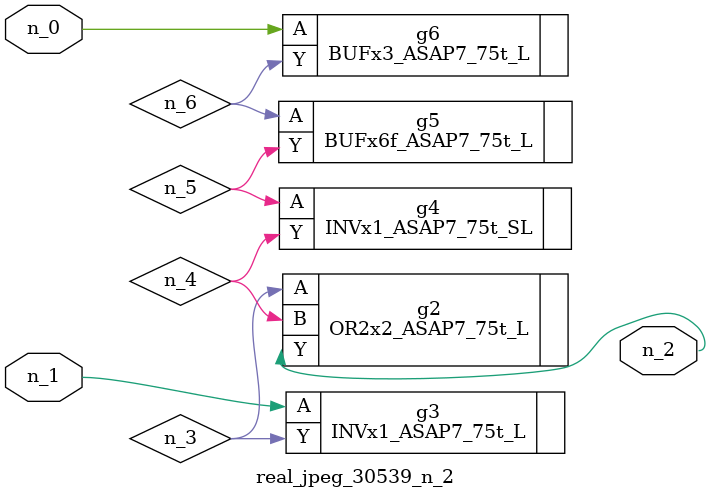
<source format=v>
module real_jpeg_30539_n_2 (n_1, n_0, n_2);

input n_1;
input n_0;

output n_2;

wire n_5;
wire n_4;
wire n_6;
wire n_3;

BUFx3_ASAP7_75t_L g6 ( 
.A(n_0),
.Y(n_6)
);

INVx1_ASAP7_75t_L g3 ( 
.A(n_1),
.Y(n_3)
);

OR2x2_ASAP7_75t_L g2 ( 
.A(n_3),
.B(n_4),
.Y(n_2)
);

INVx1_ASAP7_75t_SL g4 ( 
.A(n_5),
.Y(n_4)
);

BUFx6f_ASAP7_75t_L g5 ( 
.A(n_6),
.Y(n_5)
);


endmodule
</source>
